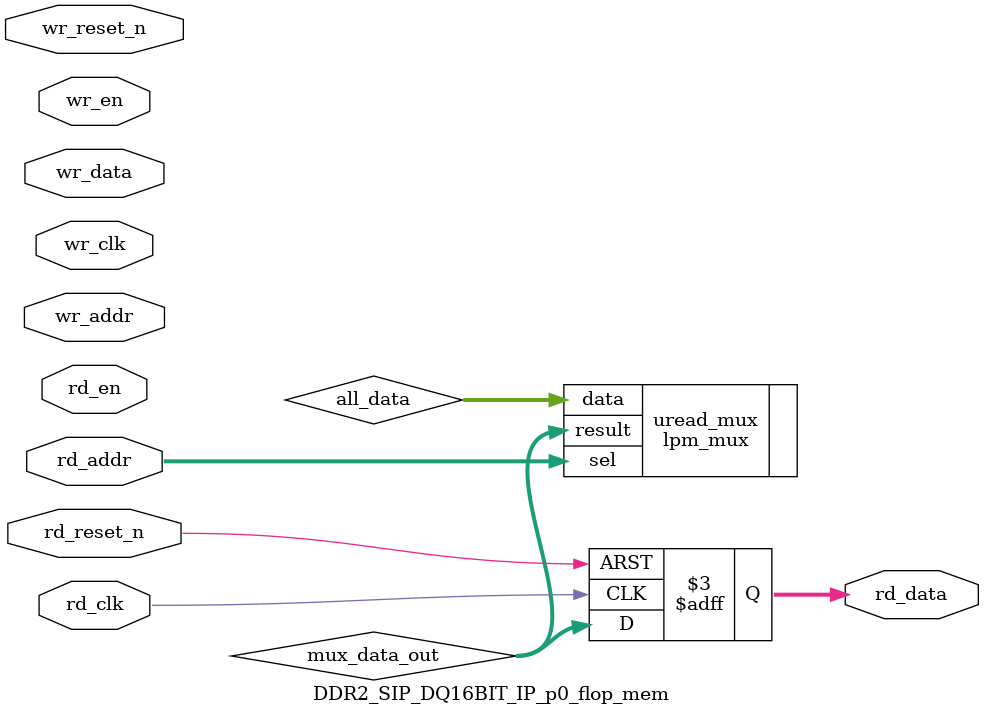
<source format=v>



`timescale 1 ps / 1 ps

(* altera_attribute = "-name ALLOW_SYNCH_CTRL_USAGE ON;-name AUTO_CLOCK_ENABLE_RECOGNITION ON" *)
module DDR2_SIP_DQ16BIT_IP_p0_flop_mem(
	wr_reset_n,
	wr_clk,
	wr_en,
	wr_addr,
	wr_data,
	rd_reset_n,
	rd_clk,
	rd_en,
	rd_addr,
	rd_data
);

parameter WRITE_MEM_DEPTH	= "";
parameter WRITE_ADDR_WIDTH	= "";
parameter WRITE_DATA_WIDTH	= "";
parameter READ_MEM_DEPTH	= "";
parameter READ_ADDR_WIDTH	= "";		 
parameter READ_DATA_WIDTH	= "";


input	wr_reset_n;
input	wr_clk;
input	wr_en;
input	[WRITE_ADDR_WIDTH-1:0] wr_addr;
input	[WRITE_DATA_WIDTH-1:0] wr_data;
input	rd_reset_n;
input	rd_clk;
input	rd_en;
input	[READ_ADDR_WIDTH-1:0] rd_addr;
output	[READ_DATA_WIDTH-1:0] rd_data;



wire	[WRITE_DATA_WIDTH*WRITE_MEM_DEPTH-1:0] all_data;
wire	[READ_DATA_WIDTH-1:0] mux_data_out;



// declare a memory with WRITE_MEM_DEPTH entries
// each entry contains a data size of WRITE_DATA_WIDTH
reg	[WRITE_DATA_WIDTH-1:0] data_stored [0:WRITE_MEM_DEPTH-1] /* synthesis syn_preserve = 1 */;
reg	[READ_DATA_WIDTH-1:0] rd_data;

generate
genvar entry;
	for (entry=0; entry < WRITE_MEM_DEPTH; entry=entry+1)
	begin: mem_location
		assign all_data[(WRITE_DATA_WIDTH*(entry+1)-1) : (WRITE_DATA_WIDTH*entry)] = data_stored[entry]; 
		
		always @(posedge wr_clk or negedge wr_reset_n)
		begin
			if (~wr_reset_n) begin
				data_stored[entry] <= {WRITE_DATA_WIDTH{1'b0}};
			end else begin
				if (wr_en) begin
					if (entry == wr_addr) begin
						data_stored[entry] <= wr_data;
					end
				end
			end
		end		
	end
endgenerate

// mux to select the correct output data based on read address
lpm_mux	uread_mux(
	.sel (rd_addr),
	.data (all_data),
	.result (mux_data_out)
	// synopsys translate_off
	,
	.aclr (),
	.clken (),
	.clock ()
	// synopsys translate_on
	);
 defparam uread_mux.lpm_size = READ_MEM_DEPTH;
 defparam uread_mux.lpm_type = "LPM_MUX";
 defparam uread_mux.lpm_width = READ_DATA_WIDTH;
 defparam uread_mux.lpm_widths = READ_ADDR_WIDTH;

always @(posedge rd_clk or negedge rd_reset_n)	
begin
	if (~rd_reset_n) begin
		rd_data <= {READ_DATA_WIDTH{1'b0}};
	end else begin
		rd_data <= mux_data_out;
	end
end

endmodule

</source>
